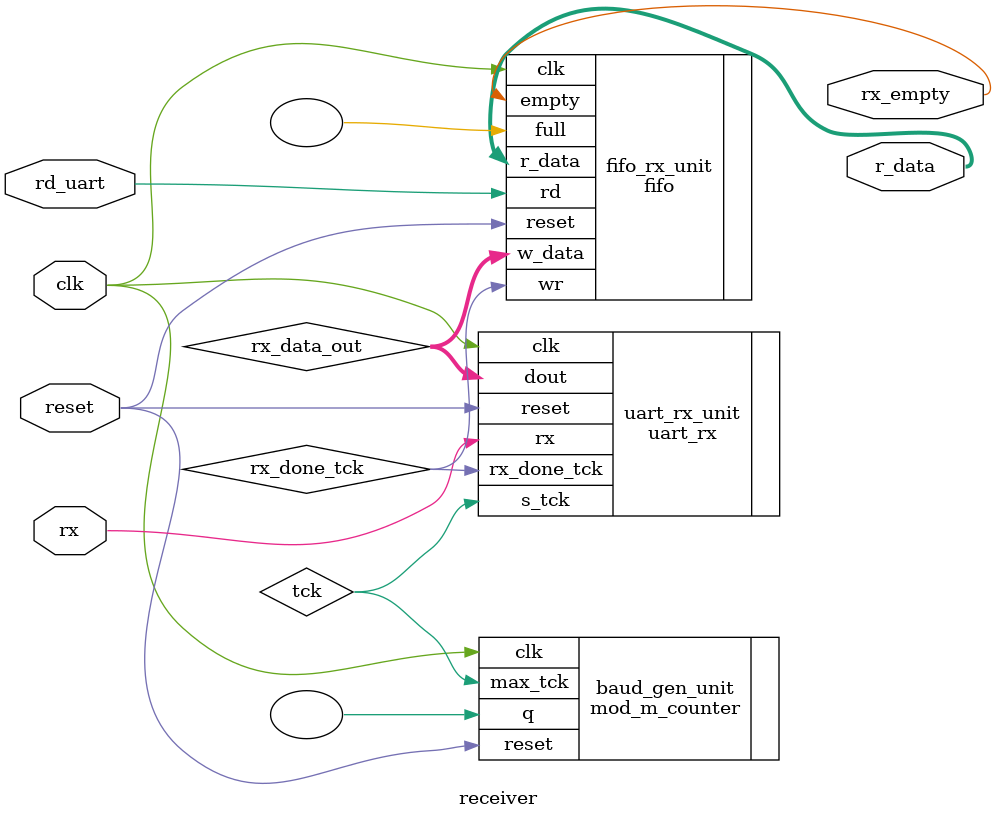
<source format=v>
module receiver#( 
      parameter DBIT = 8,     
                SB_tck = 16, 
                DVSR = 326,    // divider circuit = 50M/(16*baud rate)
                DVSR_BIT = 9, // # bits of divider circuit
                FIFO_W = 2    
                             
   )
	( 				  input  wire rd_uart,
					  input  wire rx,
					  input  wire clk,reset,
					  output wire rx_empty,
					  output wire[7:0]r_data
	);
	wire tck, rx_done_tck;
	wire [7:0] rx_data_out;
	wire [7:0] q;
	
fifo #(.B(DBIT), .W(FIFO_W)) fifo_rx_unit
      (.clk(clk), .reset(reset), .rd(rd_uart),
       .wr(rx_done_tck), .w_data(rx_data_out),
       .empty(rx_empty), .full(), .r_data(r_data));
		 
uart_rx #(.DBIT(DBIT), .SB_tck(SB_tck)) uart_rx_unit
      (.clk(clk), .reset(reset), .rx(rx), .s_tck(tck),
       .rx_done_tck(rx_done_tck), .dout(rx_data_out));

mod_m_counter #(.M(DVSR), .N(DVSR_BIT)) baud_gen_unit
      (.clk(clk), .reset(reset), .q(), .max_tck(tck));
		
endmodule
</source>
